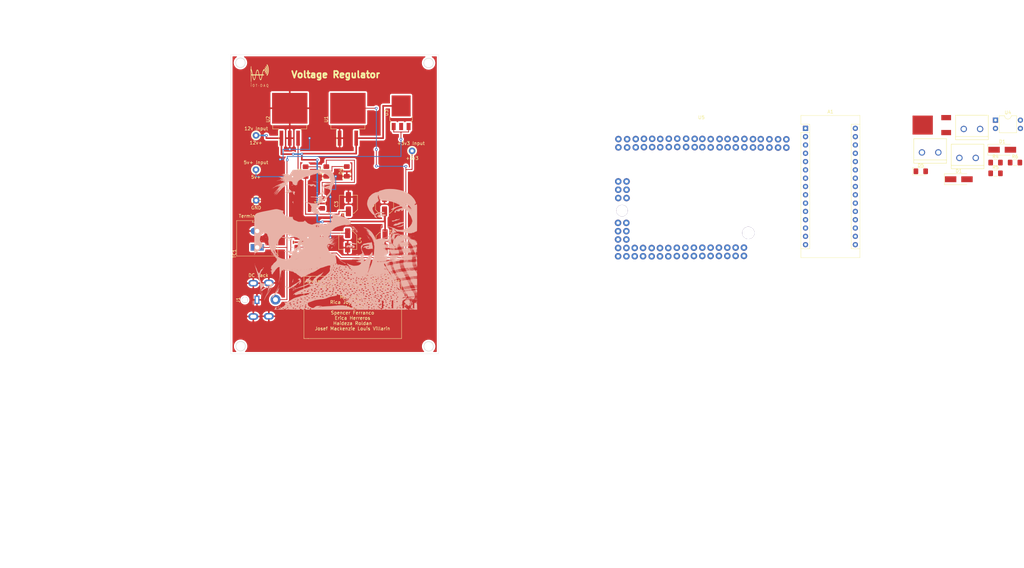
<source format=kicad_pcb>
(kicad_pcb (version 20171130) (host pcbnew "(5.1.5)-3")
  (title_block (title IOT-DAQ) (date 2021-03-05) (rev 1) (company INNOTECH))
  (layers (0 F.Cu signal) (31 B.Cu signal) (34 B.Paste user) (35 F.Paste user) (36 B.SilkS user) (37 F.SilkS user) (38 B.Mask user) (39 F.Mask user) (44 Edge.Cuts user))
  (net 0 "")
  (net 1 GND)
  (net 2 +12V)
  (net 3 +5V)
  (net 4 +3V3)
  (net 5 "Net-(D2-Pad2)")
  (net 6 "Net-(D3-Pad2)")
  (net 7 "Net-(D4-Pad2)")
  (net 8 "Net-(J1-Pad4)")
  (net 9 "Net-(A1-Pad16)")
  (net 10 "Net-(A1-Pad15)")
  (net 11 "Net-(A1-Pad30)")
  (net 12 "Net-(A1-Pad14)")
  (net 13 "Net-(A1-Pad29)")
  (net 14 "Net-(A1-Pad13)")
  (net 15 "Net-(A1-Pad28)")
  (net 16 "Net-(A1-Pad12)")
  (net 17 "Net-(A1-Pad27)")
  (net 18 "Net-(A1-Pad11)")
  (net 19 "Net-(A1-Pad26)")
  (net 20 "Net-(A1-Pad10)")
  (net 21 "Net-(A1-Pad25)")
  (net 22 "Net-(A1-Pad9)")
  (net 23 "Net-(A1-Pad24)")
  (net 24 "Net-(A1-Pad8)")
  (net 25 "Net-(A1-Pad23)")
  (net 26 "Net-(A1-Pad7)")
  (net 27 "Net-(A1-Pad22)")
  (net 28 "Net-(A1-Pad6)")
  (net 29 "Net-(A1-Pad21)")
  (net 30 "Net-(A1-Pad5)")
  (net 31 "Net-(A1-Pad20)")
  (net 32 "Net-(A1-Pad4)")
  (net 33 "Net-(A1-Pad19)")
  (net 34 "Net-(A1-Pad3)")
  (net 35 "Net-(A1-Pad18)")
  (net 36 "Net-(A1-Pad2)")
  (net 37 "Net-(A1-Pad17)")
  (net 38 "Net-(A1-Pad1)")
  (net 39 12V)
  (net 40 5V)
  (net 41 3.3V)
  (net 42 "Net-(D5-Pad2)")
  (net 43 "Net-(D5-Pad1)")
  (net 44 "Net-(J2-Pad2)")
  (net 45 "Net-(J2-Pad1)")
  (net 46 "Net-(J3-Pad1)")
  (net 47 "Net-(Q1-PadG)")
  (net 48 "Net-(R5-Pad1)")
  (net 49 "Net-(U5-Pad75)")
  (net 50 "Net-(U5-Pad76)")
  (net 51 "Net-(U5-Pad72)")
  (net 52 "Net-(U5-Pad73)")
  (net 53 "Net-(U5-Pad74)")
  (net 54 "Net-(U5-Pad71)")
  (net 55 "Net-(U5-Pad49)")
  (net 56 "Net-(U5-Pad48)")
  (net 57 "Net-(U5-Pad47)")
  (net 58 "Net-(U5-Pad50)")
  (net 59 "Net-(U5-Pad42)")
  (net 60 "Net-(U5-Pad54)")
  (net 61 "Net-(U5-Pad51)")
  (net 62 "Net-(U5-Pad52)")
  (net 63 "Net-(U5-Pad45)")
  (net 64 "Net-(U5-Pad44)")
  (net 65 "Net-(U5-Pad43)")
  (net 66 "Net-(U5-Pad46)")
  (net 67 "Net-(U5-Pad41)")
  (net 68 "Net-(U5-Pad39)")
  (net 69 "Net-(U5-Pad40)")
  (net 70 "Net-(U5-Pad53)")
  (net 71 "Net-(U5-Pad57)")
  (net 72 "Net-(U5-Pad56)")
  (net 73 "Net-(U5-Pad55)")
  (net 74 "Net-(U5-Pad58)")
  (net 75 "Net-(U5-Pad62)")
  (net 76 "Net-(U5-Pad59)")
  (net 77 "Net-(U5-Pad60)")
  (net 78 "Net-(U5-Pad61)")
  (net 79 "Net-(U5-Pad66)")
  (net 80 "Net-(U5-Pad63)")
  (net 81 "Net-(U5-Pad64)")
  (net 82 "Net-(U5-Pad67)")
  (net 83 "Net-(U5-Pad70)")
  (net 84 "Net-(U5-Pad65)")
  (net 85 "Net-(U5-Pad68)")
  (net 86 "Net-(U5-Pad69)")
  (net 87 "Net-(U5-Pad1)")
  (net 88 "Net-(U5-Pad2)")
  (net 89 "Net-(U5-Pad4)")
  (net 90 "Net-(U5-Pad3)")
  (net 91 "Net-(U5-Pad6)")
  (net 92 "Net-(U5-Pad5)")
  (net 93 "Net-(U5-Pad8)")
  (net 94 "Net-(U5-Pad11)")
  (net 95 "Net-(U5-Pad10)")
  (net 96 "Net-(U5-Pad9)")
  (net 97 "Net-(U5-Pad12)")
  (net 98 "Net-(U5-Pad7)")
  (net 99 "Net-(U5-Pad22)")
  (net 100 "Net-(U5-Pad21)")
  (net 101 "Net-(U5-Pad24)")
  (net 102 "Net-(U5-Pad27)")
  (net 103 "Net-(U5-Pad26)")
  (net 104 "Net-(U5-Pad25)")
  (net 105 "Net-(U5-Pad28)")
  (net 106 "Net-(U5-Pad23)")
  (net 107 "Net-(U5-Pad14)")
  (net 108 "Net-(U5-Pad13)")
  (net 109 "Net-(U5-Pad16)")
  (net 110 "Net-(U5-Pad19)")
  (net 111 "Net-(U5-Pad18)")
  (net 112 "Net-(U5-Pad17)")
  (net 113 "Net-(U5-Pad20)")
  (net 114 "Net-(U5-Pad15)")
  (net 115 "Net-(U5-Pad32)")
  (net 116 "Net-(U5-Pad31)")
  (net 117 "Net-(U5-Pad34)")
  (net 118 "Net-(U5-Pad37)")
  (net 119 "Net-(U5-Pad36)")
  (net 120 "Net-(U5-Pad35)")
  (net 121 "Net-(U5-Pad38)")
  (net 122 "Net-(U5-Pad33)")
  (net 123 "Net-(U5-Pad29)")
  (net 124 "Net-(U5-Pad30)")
  (net 125 "Net-(D1-Pad2)")
  (net 126 "Net-(D1-Pad1)")
  (module Diode_SMD:D_SMA_Handsoldering (layer F.Cu) (at 311.4675 76.2)
    (fp_text reference D1 (at 0 -2.5) (layer F.SilkS))
    (fp_text value DIODE)
    (pad 2 smd rect (at 2.5 0) (size 3.5 1.8) (layers F.Cu F.Paste F.Mask) (net 125 "Net-(D1-Pad2)"))
    (pad 1 smd rect (at -2.5 0) (size 3.5 1.8) (layers F.Cu F.Paste F.Mask) (net 126 "Net-(D1-Pad1)"))
  )
  (module freetronics_footprints:ATMega2560 (layer F.Cu) (at 232.7695 56.807499)
    (fp_text reference U5 (at 0 0.5) (layer F.SilkS))
    (fp_text value ATMEGA2562)
    (pad 168 thru_hole circle (at 14.35 35.8) (size 3.75 3.75) (drill 3.75) (layers *.Cu *.Mask))
    (pad 999 thru_hole circle (at -24.26 28.99) (size 3.5 3.5) (drill 3.5) (layers *.Cu *.Mask))
    (pad 75 thru_hole circle (at -25.49 32.7316) (size 2 2) (drill 1) (layers *.Cu *.Mask) (net 49 "Net-(U5-Pad75)"))
    (pad 76 thru_hole circle (at -22.95 32.7316) (size 2 2) (drill 1) (layers *.Cu *.Mask) (net 50 "Net-(U5-Pad76)"))
    (pad 72 thru_hole circle (at -22.94 37.8116) (size 2 2) (drill 1) (layers *.Cu *.Mask) (net 51 "Net-(U5-Pad72)"))
    (pad 73 thru_hole circle (at -25.48 35.2716) (size 2 2) (drill 1) (layers *.Cu *.Mask) (net 52 "Net-(U5-Pad73)"))
    (pad 74 thru_hole circle (at -22.94 35.2716) (size 2 2) (drill 1) (layers *.Cu *.Mask) (net 53 "Net-(U5-Pad74)"))
    (pad 71 thru_hole circle (at -25.48 37.8116) (size 2 2) (drill 1) (layers *.Cu *.Mask) (net 54 "Net-(U5-Pad71)"))
    (pad 49 thru_hole circle (at 0.28 42.8566) (size 2 2) (drill 1) (layers *.Cu *.Mask) (net 55 "Net-(U5-Pad49)"))
    (pad 48 thru_hole circle (at 2.82 40.3166) (size 2 2) (drill 1) (layers *.Cu *.Mask) (net 56 "Net-(U5-Pad48)"))
    (pad 47 thru_hole circle (at 2.82 42.8566) (size 2 2) (drill 1) (layers *.Cu *.Mask) (net 57 "Net-(U5-Pad47)"))
    (pad 50 thru_hole circle (at 0.28 40.3166) (size 2 2) (drill 1) (layers *.Cu *.Mask) (net 58 "Net-(U5-Pad50)"))
    (pad 42 thru_hole circle (at 10.47 40.2966) (size 2 2) (drill 1) (layers *.Cu *.Mask) (net 59 "Net-(U5-Pad42)"))
    (pad 54 thru_hole circle (at -4.89 40.3266) (size 2 2) (drill 1) (layers *.Cu *.Mask) (net 60 "Net-(U5-Pad54)"))
    (pad 51 thru_hole circle (at -2.29 42.8666) (size 2 2) (drill 1) (layers *.Cu *.Mask) (net 61 "Net-(U5-Pad51)"))
    (pad 52 thru_hole circle (at -2.29 40.3266) (size 2 2) (drill 1) (layers *.Cu *.Mask) (net 62 "Net-(U5-Pad52)"))
    (pad 45 thru_hole circle (at 5.36 42.8466) (size 2 2) (drill 1) (layers *.Cu *.Mask) (net 63 "Net-(U5-Pad45)"))
    (pad 44 thru_hole circle (at 7.93 40.3066) (size 2 2) (drill 1) (layers *.Cu *.Mask) (net 64 "Net-(U5-Pad44)"))
    (pad 43 thru_hole circle (at 7.93 42.8466) (size 2 2) (drill 1) (layers *.Cu *.Mask) (net 65 "Net-(U5-Pad43)"))
    (pad 46 thru_hole circle (at 5.36 40.3066) (size 2 2) (drill 1) (layers *.Cu *.Mask) (net 66 "Net-(U5-Pad46)"))
    (pad 41 thru_hole circle (at 10.47 42.8366) (size 2 2) (drill 1) (layers *.Cu *.Mask) (net 67 "Net-(U5-Pad41)"))
    (pad 39 thru_hole circle (at 13.01 42.8366) (size 2 2) (drill 1) (layers *.Cu *.Mask) (net 68 "Net-(U5-Pad39)"))
    (pad 40 thru_hole circle (at 13.01 40.2966) (size 2 2) (drill 1) (layers *.Cu *.Mask) (net 69 "Net-(U5-Pad40)"))
    (pad 53 thru_hole circle (at -4.89 42.8666) (size 2 2) (drill 1) (layers *.Cu *.Mask) (net 70 "Net-(U5-Pad53)"))
    (pad 57 thru_hole circle (at -10.12 42.9566) (size 2 2) (drill 1) (layers *.Cu *.Mask) (net 71 "Net-(U5-Pad57)"))
    (pad 56 thru_hole circle (at -7.51 40.3466) (size 2 2) (drill 1) (layers *.Cu *.Mask) (net 72 "Net-(U5-Pad56)"))
    (pad 55 thru_hole circle (at -7.51 42.8866) (size 2 2) (drill 1) (layers *.Cu *.Mask) (net 73 "Net-(U5-Pad55)"))
    (pad 58 thru_hole circle (at -10.12 40.4166) (size 2 2) (drill 1) (layers *.Cu *.Mask) (net 74 "Net-(U5-Pad58)"))
    (pad 62 thru_hole circle (at -15.2 40.4266) (size 2 2) (drill 1) (layers *.Cu *.Mask) (net 75 "Net-(U5-Pad62)"))
    (pad 59 thru_hole circle (at -12.66 42.9666) (size 2 2) (drill 1) (layers *.Cu *.Mask) (net 76 "Net-(U5-Pad59)"))
    (pad 60 thru_hole circle (at -12.66 40.4266) (size 2 2) (drill 1) (layers *.Cu *.Mask) (net 77 "Net-(U5-Pad60)"))
    (pad 61 thru_hole circle (at -15.2 42.9666) (size 2 2) (drill 1) (layers *.Cu *.Mask) (net 78 "Net-(U5-Pad61)"))
    (pad 66 thru_hole circle (at -20.38 40.3966) (size 2 2) (drill 1) (layers *.Cu *.Mask) (net 79 "Net-(U5-Pad66)"))
    (pad 63 thru_hole circle (at -17.84 42.9366) (size 2 2) (drill 1) (layers *.Cu *.Mask) (net 80 "Net-(U5-Pad63)"))
    (pad 64 thru_hole circle (at -17.84 40.3966) (size 2 2) (drill 1) (layers *.Cu *.Mask) (net 81 "Net-(U5-Pad64)"))
    (pad 67 thru_hole circle (at -22.92 42.9466) (size 2 2) (drill 1) (layers *.Cu *.Mask) (net 82 "Net-(U5-Pad67)"))
    (pad 70 thru_hole circle (at -25.46 40.4066) (size 2 2) (drill 1) (layers *.Cu *.Mask) (net 83 "Net-(U5-Pad70)"))
    (pad 65 thru_hole circle (at -20.38 42.9366) (size 2 2) (drill 1) (layers *.Cu *.Mask) (net 84 "Net-(U5-Pad65)"))
    (pad 68 thru_hole circle (at -22.92 40.4066) (size 2 2) (drill 1) (layers *.Cu *.Mask) (net 85 "Net-(U5-Pad68)"))
    (pad 69 thru_hole circle (at -25.46 42.9466) (size 2 2) (drill 1) (layers *.Cu *.Mask) (net 86 "Net-(U5-Pad69)"))
    (pad "" thru_hole circle (at -22.88 25.1424) (size 2 2) (drill 1) (layers *.Cu *.Mask))
    (pad "" thru_hole circle (at -25.42 25.1424) (size 2 2) (drill 1) (layers *.Cu *.Mask))
    (pad "" thru_hole circle (at -25.42 20.0624) (size 2 2) (drill 1) (layers *.Cu *.Mask))
    (pad "" thru_hole circle (at -22.88 22.6024) (size 2 2) (drill 1) (layers *.Cu *.Mask))
    (pad "" thru_hole circle (at -22.88 20.0624) (size 2 2) (drill 1) (layers *.Cu *.Mask))
    (pad "" thru_hole circle (at -25.42 22.6024) (size 2 2) (drill 1) (layers *.Cu *.Mask))
    (pad 1 thru_hole circle (at 25.98 7.19) (size 2 2) (drill 1) (layers *.Cu *.Mask) (net 87 "Net-(U5-Pad1)"))
    (pad 1 thru_hole circle (at 25.98 9.73) (size 2 2) (drill 1) (layers *.Cu *.Mask) (net 87 "Net-(U5-Pad1)"))
    (pad 2 thru_hole circle (at 23.45 7.175) (size 2 2) (drill 1) (layers *.Cu *.Mask) (net 88 "Net-(U5-Pad2)"))
    (pad 4 thru_hole circle (at 18.14 9.675) (size 2 2) (drill 1) (layers *.Cu *.Mask) (net 89 "Net-(U5-Pad4)"))
    (pad 3 thru_hole circle (at 20.805 7.16) (size 2 2) (drill 1) (layers *.Cu *.Mask) (net 90 "Net-(U5-Pad3)"))
    (pad 3 thru_hole circle (at 20.805 9.7) (size 2 2) (drill 1) (layers *.Cu *.Mask) (net 90 "Net-(U5-Pad3)"))
    (pad 4 thru_hole circle (at 18.14 7.135) (size 2 2) (drill 1) (layers *.Cu *.Mask) (net 89 "Net-(U5-Pad4)"))
    (pad 2 thru_hole circle (at 23.45 9.715) (size 2 2) (drill 1) (layers *.Cu *.Mask) (net 88 "Net-(U5-Pad2)"))
    (pad 6 thru_hole circle (at 15.78 7.13) (size 2 2) (drill 1) (layers *.Cu *.Mask) (net 91 "Net-(U5-Pad6)"))
    (pad 5 thru_hole circle (at 15.78 9.67) (size 2 2) (drill 1) (layers *.Cu *.Mask) (net 92 "Net-(U5-Pad5)"))
    (pad 8 thru_hole circle (at 13.15 7.075) (size 2 2) (drill 1) (layers *.Cu *.Mask) (net 93 "Net-(U5-Pad8)"))
    (pad 11 thru_hole circle (at 8 9.625) (size 2 2) (drill 1) (layers *.Cu *.Mask) (net 94 "Net-(U5-Pad11)"))
    (pad 10 thru_hole circle (at 10.515 7.11) (size 2 2) (drill 1) (layers *.Cu *.Mask) (net 95 "Net-(U5-Pad10)"))
    (pad 9 thru_hole circle (at 10.515 9.65) (size 2 2) (drill 1) (layers *.Cu *.Mask) (net 96 "Net-(U5-Pad9)"))
    (pad 12 thru_hole circle (at 8 7.085) (size 2 2) (drill 1) (layers *.Cu *.Mask) (net 97 "Net-(U5-Pad12)"))
    (pad 7 thru_hole circle (at 13.15 9.615) (size 2 2) (drill 1) (layers *.Cu *.Mask) (net 98 "Net-(U5-Pad7)"))
    (pad 22 thru_hole circle (at -4.67 7) (size 2 2) (drill 1) (layers *.Cu *.Mask) (net 99 "Net-(U5-Pad22)"))
    (pad 21 thru_hole circle (at -4.67 9.54) (size 2 2) (drill 1) (layers *.Cu *.Mask) (net 100 "Net-(U5-Pad21)"))
    (pad 24 thru_hole circle (at -7.37 6.985) (size 2 2) (drill 1) (layers *.Cu *.Mask) (net 101 "Net-(U5-Pad24)"))
    (pad 27 thru_hole circle (at -12.58 9.625) (size 2 2) (drill 1) (layers *.Cu *.Mask) (net 102 "Net-(U5-Pad27)"))
    (pad 26 thru_hole circle (at -9.955 7.02) (size 2 2) (drill 1) (layers *.Cu *.Mask) (net 103 "Net-(U5-Pad26)"))
    (pad 25 thru_hole circle (at -9.955 9.56) (size 2 2) (drill 1) (layers *.Cu *.Mask) (net 104 "Net-(U5-Pad25)"))
    (pad 28 thru_hole circle (at -12.58 7.085) (size 2 2) (drill 1) (layers *.Cu *.Mask) (net 105 "Net-(U5-Pad28)"))
    (pad 23 thru_hole circle (at -7.37 9.525) (size 2 2) (drill 1) (layers *.Cu *.Mask) (net 106 "Net-(U5-Pad23)"))
    (pad 14 thru_hole circle (at 5.56 7.09) (size 2 2) (drill 1) (layers *.Cu *.Mask) (net 107 "Net-(U5-Pad14)"))
    (pad 13 thru_hole circle (at 5.56 9.63) (size 2 2) (drill 1) (layers *.Cu *.Mask) (net 108 "Net-(U5-Pad13)"))
    (pad 16 thru_hole circle (at 2.84 7.125) (size 2 2) (drill 1) (layers *.Cu *.Mask) (net 109 "Net-(U5-Pad16)"))
    (pad 19 thru_hole circle (at -2.05 9.585) (size 2 2) (drill 1) (layers *.Cu *.Mask) (net 110 "Net-(U5-Pad19)"))
    (pad 18 thru_hole circle (at 0.295 7.06) (size 2 2) (drill 1) (layers *.Cu *.Mask) (net 111 "Net-(U5-Pad18)"))
    (pad 17 thru_hole circle (at 0.295 9.6) (size 2 2) (drill 1) (layers *.Cu *.Mask) (net 112 "Net-(U5-Pad17)"))
    (pad 20 thru_hole circle (at -2.05 7.045) (size 2 2) (drill 1) (layers *.Cu *.Mask) (net 113 "Net-(U5-Pad20)"))
    (pad 15 thru_hole circle (at 2.84 9.665) (size 2 2) (drill 1) (layers *.Cu *.Mask) (net 114 "Net-(U5-Pad15)"))
    (pad 32 thru_hole circle (at -17.56 7.04) (size 2 2) (drill 1) (layers *.Cu *.Mask) (net 115 "Net-(U5-Pad32)"))
    (pad 31 thru_hole circle (at -17.56 9.58) (size 2 2) (drill 1) (layers *.Cu *.Mask) (net 116 "Net-(U5-Pad31)"))
    (pad 34 thru_hole circle (at -20.07 7.105) (size 2 2) (drill 1) (layers *.Cu *.Mask) (net 117 "Net-(U5-Pad34)"))
    (pad 37 thru_hole circle (at -25.37 9.655) (size 2 2) (drill 1) (layers *.Cu *.Mask) (net 118 "Net-(U5-Pad37)"))
    (pad 36 thru_hole circle (at -22.705 7.14) (size 2 2) (drill 1) (layers *.Cu *.Mask) (net 119 "Net-(U5-Pad36)"))
    (pad 35 thru_hole circle (at -22.705 9.68) (size 2 2) (drill 1) (layers *.Cu *.Mask) (net 120 "Net-(U5-Pad35)"))
    (pad 38 thru_hole circle (at -25.37 7.115) (size 2 2) (drill 1) (layers *.Cu *.Mask) (net 121 "Net-(U5-Pad38)"))
    (pad 33 thru_hole circle (at -20.07 9.645) (size 2 2) (drill 1) (layers *.Cu *.Mask) (net 122 "Net-(U5-Pad33)"))
    (pad 29 thru_hole circle (at -15.05 9.575) (size 2 2) (drill 1) (layers *.Cu *.Mask) (net 123 "Net-(U5-Pad29)"))
    (pad 30 thru_hole circle (at -15.05 7.035) (size 2 2) (drill 1) (layers *.Cu *.Mask) (net 124 "Net-(U5-Pad30)"))
  )
  (module Package_DIP:DIP-4_W7.62mm (layer F.Cu) (at 322.6845 58.1325)
    (fp_text reference U4 (at 3.81 -2.33) (layer F.SilkS))
    (fp_text value PC817)
    (pad 4 thru_hole oval (at 7.62 0) (size 1.6 1.6) (drill 0.8) (layers *.Cu *.Mask) (net 48 "Net-(R5-Pad1)"))
    (pad 2 thru_hole oval (at 0 2.54) (size 1.6 1.6) (drill 0.8) (layers *.Cu *.Mask) (net 45 "Net-(J2-Pad1)"))
    (pad 3 thru_hole oval (at 7.62 2.54) (size 1.6 1.6) (drill 0.8) (layers *.Cu *.Mask) (net 125 "Net-(D1-Pad2)"))
    (pad 1 thru_hole rect (at 0 0) (size 1.6 1.6) (drill 0.8) (layers *.Cu *.Mask) (net 43 "Net-(D5-Pad1)"))
  )
  (module Resistor_SMD:R_1206_3216Metric_Pad1.42x1.75mm_HandSolder (layer F.Cu) (at 328.6545 71.1025)
    (fp_text reference R6 (at 0 -1.82) (layer F.SilkS))
    (fp_text value 103)
    (pad 2 smd roundrect (at 1.4875 0) (size 1.425 1.75) (layers F.Cu F.Paste F.Mask) (roundrect_rratio 0.175439) (net 48 "Net-(R5-Pad1)"))
    (pad 1 smd roundrect (at -1.4875 0) (size 1.425 1.75) (layers F.Cu F.Paste F.Mask) (roundrect_rratio 0.175439) (net 47 "Net-(Q1-PadG)"))
  )
  (module Resistor_SMD:R_1206_3216Metric_Pad1.42x1.75mm_HandSolder (layer F.Cu) (at 322.7045 74.3925)
    (fp_text reference R5 (at 0 -1.82) (layer F.SilkS))
    (fp_text value 105)
    (pad 2 smd roundrect (at 1.4875 0) (size 1.425 1.75) (layers F.Cu F.Paste F.Mask) (roundrect_rratio 0.175439) (net 46 "Net-(J3-Pad1)"))
    (pad 1 smd roundrect (at -1.4875 0) (size 1.425 1.75) (layers F.Cu F.Paste F.Mask) (roundrect_rratio 0.175439) (net 48 "Net-(R5-Pad1)"))
  )
  (module Resistor_SMD:R_1206_3216Metric_Pad1.42x1.75mm_HandSolder (layer F.Cu) (at 322.7045 71.1025)
    (fp_text reference R4 (at 0 -1.82) (layer F.SilkS))
    (fp_text value 47)
    (pad 2 smd roundrect (at 1.4875 0) (size 1.425 1.75) (layers F.Cu F.Paste F.Mask) (roundrect_rratio 0.175439) (net 42 "Net-(D5-Pad2)"))
    (pad 1 smd roundrect (at -1.4875 0) (size 1.425 1.75) (layers F.Cu F.Paste F.Mask) (roundrect_rratio 0.175439) (net 44 "Net-(J2-Pad2)"))
  )
  (module freetronics_footprints:DPAK_FET (layer F.Cu) (at 303.529499 59.643499)
    (fp_text reference Q1)
    (fp_text value MOSFET_P hide)
    (pad S smd rect (at 4.08 -2.286) (size 3 1.6) (layers F.Cu F.Paste F.Mask) (net 46 "Net-(J3-Pad1)"))
    (pad G smd rect (at 4.08 2.286) (size 3 1.6) (layers F.Cu F.Paste F.Mask) (net 47 "Net-(Q1-PadG)"))
    (pad D smd rect (at -3.1 0) (size 6.2 5.8) (layers F.Cu F.Paste F.Mask) (net 126 "Net-(D1-Pad1)"))
  )
  (module freetronics_footprints:SCREWTERMINAL-5MM-2 (layer F.Cu) (at 314.1545 69.6825)
    (fp_text reference J4)
    (fp_text value Screw_Terminal_01x02 hide)
    (pad 2 thru_hole oval (at 2.5 0) (size 1.94564 1.94564) (drill 1.29794) (layers *.Cu *.Mask) (net 125 "Net-(D1-Pad2)"))
    (pad 1 thru_hole oval (at -2.5 0) (size 1.94564 1.94564) (drill 1.29794) (layers *.Cu *.Mask) (net 126 "Net-(D1-Pad1)"))
  )
  (module freetronics_footprints:SCREWTERMINAL-5MM-2 (layer F.Cu) (at 315.4845 60.8325)
    (fp_text reference J3)
    (fp_text value Screw_Terminal_01x02 hide)
    (pad 2 thru_hole oval (at 2.5 0) (size 1.94564 1.94564) (drill 1.29794) (layers *.Cu *.Mask) (net 125 "Net-(D1-Pad2)"))
    (pad 1 thru_hole oval (at -2.5 0) (size 1.94564 1.94564) (drill 1.29794) (layers *.Cu *.Mask) (net 46 "Net-(J3-Pad1)"))
  )
  (module freetronics_footprints:SCREWTERMINAL-5MM-2 (layer F.Cu) (at 302.7045 68.0025)
    (fp_text reference J2)
    (fp_text value Screw_Terminal_01x02 hide)
    (pad 2 thru_hole oval (at 2.5 0) (size 1.94564 1.94564) (drill 1.29794) (layers *.Cu *.Mask) (net 44 "Net-(J2-Pad2)"))
    (pad 1 thru_hole oval (at -2.5 0) (size 1.94564 1.94564) (drill 1.29794) (layers *.Cu *.Mask) (net 45 "Net-(J2-Pad1)"))
  )
  (module LED_SMD:LED_1206_3216Metric_Pad1.42x1.75mm_HandSolder (layer F.Cu) (at 299.8495 73.7725)
    (fp_text reference D5 (at 0 -1.82) (layer F.SilkS))
    (fp_text value LED)
    (pad 2 smd roundrect (at 1.4875 0) (size 1.425 1.75) (layers F.Cu F.Paste F.Mask) (roundrect_rratio 0.175439) (net 42 "Net-(D5-Pad2)"))
    (pad 1 smd roundrect (at -1.4875 0) (size 1.425 1.75) (layers F.Cu F.Paste F.Mask) (roundrect_rratio 0.175439) (net 43 "Net-(D5-Pad1)"))
  )
  (module Diode_SMD:D_SMA_Handsoldering (layer F.Cu) (at 324.7545 67.1825)
    (fp_text reference D1 (at 0 -2.5) (layer F.SilkS))
    (fp_text value DIODE)
    (pad 2 smd rect (at 2.5 0) (size 3.5 1.8) (layers F.Cu F.Paste F.Mask))
    (pad 1 smd rect (at -2.5 0) (size 3.5 1.8) (layers F.Cu F.Paste F.Mask))
  )
  (module Module:Arduino_Nano (layer F.Cu) (at 264.6045 60.6425)
    (fp_text reference A1 (at 7.62 -5.08) (layer F.SilkS))
    (fp_text value Arduino_Nano_v3.x)
    (pad 16 thru_hole oval (at 15.24 35.56) (size 1.6 1.6) (drill 0.8) (layers *.Cu *.Mask) (net 9 "Net-(A1-Pad16)"))
    (pad 15 thru_hole oval (at 0 35.56) (size 1.6 1.6) (drill 0.8) (layers *.Cu *.Mask) (net 10 "Net-(A1-Pad15)"))
    (pad 30 thru_hole oval (at 15.24 0) (size 1.6 1.6) (drill 0.8) (layers *.Cu *.Mask) (net 11 "Net-(A1-Pad30)"))
    (pad 14 thru_hole oval (at 0 33.02) (size 1.6 1.6) (drill 0.8) (layers *.Cu *.Mask) (net 12 "Net-(A1-Pad14)"))
    (pad 29 thru_hole oval (at 15.24 2.54) (size 1.6 1.6) (drill 0.8) (layers *.Cu *.Mask) (net 13 "Net-(A1-Pad29)"))
    (pad 13 thru_hole oval (at 0 30.48) (size 1.6 1.6) (drill 0.8) (layers *.Cu *.Mask) (net 14 "Net-(A1-Pad13)"))
    (pad 28 thru_hole oval (at 15.24 5.08) (size 1.6 1.6) (drill 0.8) (layers *.Cu *.Mask) (net 15 "Net-(A1-Pad28)"))
    (pad 12 thru_hole oval (at 0 27.94) (size 1.6 1.6) (drill 0.8) (layers *.Cu *.Mask) (net 16 "Net-(A1-Pad12)"))
    (pad 27 thru_hole oval (at 15.24 7.62) (size 1.6 1.6) (drill 0.8) (layers *.Cu *.Mask) (net 17 "Net-(A1-Pad27)"))
    (pad 11 thru_hole oval (at 0 25.4) (size 1.6 1.6) (drill 0.8) (layers *.Cu *.Mask) (net 18 "Net-(A1-Pad11)"))
    (pad 26 thru_hole oval (at 15.24 10.16) (size 1.6 1.6) (drill 0.8) (layers *.Cu *.Mask) (net 19 "Net-(A1-Pad26)"))
    (pad 10 thru_hole oval (at 0 22.86) (size 1.6 1.6) (drill 0.8) (layers *.Cu *.Mask) (net 20 "Net-(A1-Pad10)"))
    (pad 25 thru_hole oval (at 15.24 12.7) (size 1.6 1.6) (drill 0.8) (layers *.Cu *.Mask) (net 21 "Net-(A1-Pad25)"))
    (pad 9 thru_hole oval (at 0 20.32) (size 1.6 1.6) (drill 0.8) (layers *.Cu *.Mask) (net 22 "Net-(A1-Pad9)"))
    (pad 24 thru_hole oval (at 15.24 15.24) (size 1.6 1.6) (drill 0.8) (layers *.Cu *.Mask) (net 23 "Net-(A1-Pad24)"))
    (pad 8 thru_hole oval (at 0 17.78) (size 1.6 1.6) (drill 0.8) (layers *.Cu *.Mask) (net 24 "Net-(A1-Pad8)"))
    (pad 23 thru_hole oval (at 15.24 17.78) (size 1.6 1.6) (drill 0.8) (layers *.Cu *.Mask) (net 25 "Net-(A1-Pad23)"))
    (pad 7 thru_hole oval (at 0 15.24) (size 1.6 1.6) (drill 0.8) (layers *.Cu *.Mask) (net 26 "Net-(A1-Pad7)"))
    (pad 22 thru_hole oval (at 15.24 20.32) (size 1.6 1.6) (drill 0.8) (layers *.Cu *.Mask) (net 27 "Net-(A1-Pad22)"))
    (pad 6 thru_hole oval (at 0 12.7) (size 1.6 1.6) (drill 0.8) (layers *.Cu *.Mask) (net 28 "Net-(A1-Pad6)"))
    (pad 21 thru_hole oval (at 15.24 22.86) (size 1.6 1.6) (drill 0.8) (layers *.Cu *.Mask) (net 29 "Net-(A1-Pad21)"))
    (pad 5 thru_hole oval (at 0 10.16) (size 1.6 1.6) (drill 0.8) (layers *.Cu *.Mask) (net 30 "Net-(A1-Pad5)"))
    (pad 20 thru_hole oval (at 15.24 25.4) (size 1.6 1.6) (drill 0.8) (layers *.Cu *.Mask) (net 31 "Net-(A1-Pad20)"))
    (pad 4 thru_hole oval (at 0 7.62) (size 1.6 1.6) (drill 0.8) (layers *.Cu *.Mask) (net 32 "Net-(A1-Pad4)"))
    (pad 19 thru_hole oval (at 15.24 27.94) (size 1.6 1.6) (drill 0.8) (layers *.Cu *.Mask) (net 33 "Net-(A1-Pad19)"))
    (pad 3 thru_hole oval (at 0 5.08) (size 1.6 1.6) (drill 0.8) (layers *.Cu *.Mask) (net 34 "Net-(A1-Pad3)"))
    (pad 18 thru_hole oval (at 15.24 30.48) (size 1.6 1.6) (drill 0.8) (layers *.Cu *.Mask) (net 35 "Net-(A1-Pad18)"))
    (pad 2 thru_hole oval (at 0 2.54) (size 1.6 1.6) (drill 0.8) (layers *.Cu *.Mask) (net 36 "Net-(A1-Pad2)"))
    (pad 17 thru_hole oval (at 15.24 33.02) (size 1.6 1.6) (drill 0.8) (layers *.Cu *.Mask) (net 37 "Net-(A1-Pad17)"))
    (pad 1 thru_hole rect (at 0 0) (size 1.6 1.6) (drill 0.8) (layers *.Cu *.Mask) (net 38 "Net-(A1-Pad1)"))
  )
  (module Libraries:bebes (layer B.Cu) (at 120.9675 94.6785 180)
    (fp_text reference G*** hide)
    (fp_text value LOGO hide)
  )
  (module Connector_Pin:Pin_D1.0mm_L10.0mm (layer F.Cu) (at 96.647 82.677)
    (fp_text reference GND (at 0 2.25) (layer F.SilkS))
    (fp_text value Pin_D1.0mm_L10.0mm)
    (pad 1 thru_hole circle (at 0 0) (size 2 2) (drill 1) (layers *.Cu *.Mask) (net 1 GND))
  )
  (module Libraries:EME (layer F.Cu) (at 97.82 44.47)
    (fp_text reference G*** hide)
    (fp_text value LOGO hide)
  )
  (module "Libraries:IOT logo" (layer F.Cu) (at 58.97 167.07)
    (fp_text reference G*** hide)
    (fp_text value LOGO hide)
  )
  (module Connector_Pin:Pin_D1.0mm_L10.0mm (layer F.Cu) (at 96.5835 73.279)
    (fp_text reference 5v+ (at 0 2.25) (layer F.SilkS))
    (fp_text value Pin_D1.0mm_L10.0mm)
    (pad 1 thru_hole circle (at 0 0) (size 2 2) (drill 1) (layers *.Cu *.Mask) (net 3 +5V))
  )
  (module Connector_Pin:Pin_D1.0mm_L10.0mm (layer F.Cu) (at 144.325 67.525)
    (fp_text reference +3v3 (at 0 2.25) (layer F.SilkS))
    (fp_text value Pin_D1.0mm_L10.0mm)
    (pad 1 thru_hole circle (at 0 0) (size 2 2) (drill 1) (layers *.Cu *.Mask) (net 4 +3V3))
  )
  (module Connector_Pin:Pin_D1.0mm_L10.0mm (layer F.Cu) (at 96.6 62.8)
    (fp_text reference 12v+ (at 0 2.25) (layer F.SilkS))
    (fp_text value Pin_D1.0mm_L10.0mm)
    (pad 1 thru_hole circle (at 0 0) (size 2 2) (drill 1) (layers *.Cu *.Mask) (net 2 +12V))
  )
  (module Package_TO_SOT_SMD:TO-252-3_TabPin4 (layer F.Cu) (at 140.97 55.88 90)
    (fp_text reference U3 (at 0 -4.5 90) (layer F.SilkS))
    (fp_text value MBR1045G)
    (pad 4 smd rect (at 2.1 0 90) (size 6.4 5.8) (layers F.Cu F.Mask) (net 39 12V))
    (pad 3 smd rect (at -4.2 2.28 90) (size 2.2 1.2) (layers F.Cu F.Paste F.Mask) (net 8 "Net-(J1-Pad4)"))
    (pad 2 smd rect (at -4.2 0 90) (size 2.2 1.2) (layers F.Cu F.Paste F.Mask))
    (pad 1 smd rect (at -4.2 -2.28 90) (size 2.2 1.2) (layers F.Cu F.Paste F.Mask) (net 8 "Net-(J1-Pad4)"))
  )
  (module Package_TO_SOT_SMD:TO-263-3_TabPin2 (layer F.Cu) (at 106.915 57.87 90)
    (fp_text reference U2 (at 0 -6.65 90) (layer F.SilkS))
    (fp_text value SPX29300T-L-5)
    (pad 2 smd rect (at 3.375 0 90) (size 9.4 10.8) (layers F.Cu F.Mask) (net 1 GND))
    (pad 3 smd rect (at -5.775 2.54 90) (size 4.6 1.1) (layers F.Cu F.Paste F.Mask) (net 40 5V))
    (pad 2 smd rect (at -5.775 0 90) (size 4.6 1.1) (layers F.Cu F.Paste F.Mask) (net 1 GND))
    (pad 1 smd rect (at -5.775 -2.54 90) (size 4.6 1.1) (layers F.Cu F.Paste F.Mask) (net 39 12V))
  )
  (module Package_TO_SOT_SMD:TO-263-2 (layer F.Cu) (at 124.695 57.87 90)
    (fp_text reference U1 (at 0 -6.65 90) (layer F.SilkS))
    (fp_text value LD1085D2T33TR)
    (pad 2 smd rect (at 3.375 0 90) (size 9.4 10.8) (layers F.Cu F.Mask) (net 41 3.3V))
    (pad 3 smd rect (at -5.775 2.54 90) (size 4.6 1.1) (layers F.Cu F.Paste F.Mask) (net 39 12V))
    (pad 1 smd rect (at -5.775 -2.54 90) (size 4.6 1.1) (layers F.Cu F.Paste F.Mask) (net 1 GND))
  )
  (module TerminalBlock:TerminalBlock_Altech_AK300-2_P5.00mm (layer F.Cu) (at 96.96 97.03 90)
    (fp_text reference TC1 (at -1.92 -6.99 90) (layer F.SilkS))
    (fp_text value Thermocouple_Block)
    (pad 2 thru_hole oval (at 5 0 90) (size 1.98 3.96) (drill 1.32) (layers *.Cu *.Mask) (net 1 GND))
    (pad 1 thru_hole rect (at 0 0 90) (size 1.98 3.96) (drill 1.32) (layers *.Cu *.Mask) (net 8 "Net-(J1-Pad4)"))
  )
  (module Resistor_SMD:R_1206_3216Metric_Pad1.42x1.75mm_HandSolder (layer F.Cu) (at 111.76 73.8775 90)
    (fp_text reference R3 (at 0 -1.82 90) (layer F.SilkS))
    (fp_text value 150)
    (pad 2 smd roundrect (at 1.4875 0 90) (size 1.425 1.75) (layers F.Cu F.Paste F.Mask) (roundrect_rratio 0.175439) (net 7 "Net-(D4-Pad2)"))
    (pad 1 smd roundrect (at -1.4875 0 90) (size 1.425 1.75) (layers F.Cu F.Paste F.Mask) (roundrect_rratio 0.175439) (net 40 5V))
  )
  (module Resistor_SMD:R_1206_3216Metric_Pad1.42x1.75mm_HandSolder (layer F.Cu) (at 109.22 95.4675 270)
    (fp_text reference R2 (at 0 -1.82 90) (layer F.SilkS))
    (fp_text value 82)
    (pad 2 smd roundrect (at 1.4875 0 270) (size 1.425 1.75) (layers F.Cu F.Paste F.Mask) (roundrect_rratio 0.175439) (net 6 "Net-(D3-Pad2)"))
    (pad 1 smd roundrect (at -1.4875 0 270) (size 1.425 1.75) (layers F.Cu F.Paste F.Mask) (roundrect_rratio 0.175439) (net 41 3.3V))
  )
  (module Resistor_SMD:R_1206_3216Metric_Pad1.42x1.75mm_HandSolder (layer F.Cu) (at 116.84 83.6025 90)
    (fp_text reference R1 (at 0 -1.82 90) (layer F.SilkS))
    (fp_text value 470)
    (pad 2 smd roundrect (at 1.4875 0 90) (size 1.425 1.75) (layers F.Cu F.Paste F.Mask) (roundrect_rratio 0.175439) (net 5 "Net-(D2-Pad2)"))
    (pad 1 smd roundrect (at -1.4875 0 90) (size 1.425 1.75) (layers F.Cu F.Paste F.Mask) (roundrect_rratio 0.175439) (net 39 12V))
  )
  (module "freetronics_footprints:DC Power Receptable Jack 8A 2mm Through hole" (layer F.Cu) (at 90.11 109.87 90)
    (fp_text reference J1 (at -3.26 1.03 90) (layer F.SilkS))
    (fp_text value dc-042c-x-2.5_DC-042C-X-2.5)
    (pad 3 thru_hole rect (at -3.2004 6.7818 90) (size 2.5 1.5) (drill oval 1.9 0.7) (layers *.Cu *.Mask) (net 1 GND))
    (pad 4 thru_hole circle (at -3.1496 12.446 90) (size 3 3) (drill 1.5) (layers *.Cu *.Mask) (net 8 "Net-(J1-Pad4)"))
    (pad "" thru_hole circle (at -3.2258 3.0734 90) (size 1.8 1.8) (drill 1.8) (layers *.Cu *.Mask))
    (pad 2 thru_hole oval (at 1.96088 10.414 90) (size 2 3) (drill oval 1.13 1.9) (layers *.Cu *.Mask) (net 1 GND))
    (pad 2 thru_hole oval (at 1.88468 5.6642 90) (size 2 3) (drill oval 1.13 1.9) (layers *.Cu *.Mask) (net 1 GND))
    (pad 2 thru_hole oval (at -8.22452 10.414 90) (size 2 3) (drill oval 1.13 1.9) (layers *.Cu *.Mask) (net 1 GND))
    (pad 2 thru_hole oval (at -8.30072 5.6642 90) (size 2 3) (drill oval 1.13 1.9) (layers *.Cu *.Mask) (net 1 GND))
  )
  (module Diode_SMD:D_1206_3216Metric_Pad1.42x1.75mm_HandSolder (layer F.Cu) (at 124.35 73.81 90)
    (fp_text reference D4 (at 0 -1.82 90) (layer F.SilkS))
    (fp_text value LED)
    (pad 2 smd roundrect (at 1.4875 0 90) (size 1.425 1.75) (layers F.Cu F.Paste F.Mask) (roundrect_rratio 0.175439) (net 7 "Net-(D4-Pad2)"))
    (pad 1 smd roundrect (at -1.4875 0 90) (size 1.425 1.75) (layers F.Cu F.Paste F.Mask) (roundrect_rratio 0.175439) (net 1 GND))
  )
  (module Diode_SMD:D_1206_3216Metric_Pad1.42x1.75mm_HandSolder (layer F.Cu) (at 115.54 95.4825 270)
    (fp_text reference D3 (at 0 -1.82 90) (layer F.SilkS))
    (fp_text value LED)
    (pad 2 smd roundrect (at 1.4875 0 270) (size 1.425 1.75) (layers F.Cu F.Paste F.Mask) (roundrect_rratio 0.175439) (net 6 "Net-(D3-Pad2)"))
    (pad 1 smd roundrect (at -1.4875 0 270) (size 1.425 1.75) (layers F.Cu F.Paste F.Mask) (roundrect_rratio 0.175439) (net 1 GND))
  )
  (module Diode_SMD:D_1206_3216Metric_Pad1.42x1.75mm_HandSolder (layer F.Cu) (at 118.1 73.8375 90)
    (fp_text reference D2 (at 0 -1.82 90) (layer F.SilkS))
    (fp_text value LED)
    (pad 2 smd roundrect (at 1.4875 0 90) (size 1.425 1.75) (layers F.Cu F.Paste F.Mask) (roundrect_rratio 0.175439) (net 5 "Net-(D2-Pad2)"))
    (pad 1 smd roundrect (at -1.4875 0 90) (size 1.425 1.75) (layers F.Cu F.Paste F.Mask) (roundrect_rratio 0.175439) (net 1 GND))
  )
  (module Capacitor_SMD:CP_Elec_5x5.4 (layer F.Cu) (at 124.63 94.91 270)
    (fp_text reference C4 (at 0 -3.7 90) (layer F.SilkS))
    (fp_text value 10uf)
    (pad 2 smd roundrect (at 2.2 0 270) (size 3 1.6) (layers F.Cu F.Paste F.Mask) (roundrect_rratio 0.15625) (net 1 GND))
    (pad 1 smd roundrect (at -2.2 0 270) (size 3 1.6) (layers F.Cu F.Paste F.Mask) (roundrect_rratio 0.15625) (net 41 3.3V))
  )
  (module Capacitor_SMD:CP_Elec_5x5.4 (layer F.Cu) (at 124.86 83.83 90)
    (fp_text reference C3 (at 0 -3.7 90) (layer F.SilkS))
    (fp_text value 10uf)
    (pad 2 smd roundrect (at 2.2 0 90) (size 3 1.6) (layers F.Cu F.Paste F.Mask) (roundrect_rratio 0.15625) (net 1 GND))
    (pad 1 smd roundrect (at -2.2 0 90) (size 3 1.6) (layers F.Cu F.Paste F.Mask) (roundrect_rratio 0.15625) (net 40 5V))
  )
  (module Capacitor_SMD:CP_Elec_5x5.8 (layer F.Cu) (at 136.06 95.21 270)
    (fp_text reference C2 (at 0 -3.7 90) (layer F.SilkS))
    (fp_text value 6.8uf)
    (pad 2 smd roundrect (at 2.2 0 270) (size 3 1.6) (layers F.Cu F.Paste F.Mask) (roundrect_rratio 0.15625) (net 1 GND))
    (pad 1 smd roundrect (at -2.2 0 270) (size 3 1.6) (layers F.Cu F.Paste F.Mask) (roundrect_rratio 0.15625) (net 39 12V))
  )
  (module Capacitor_SMD:CP_Elec_5x5.4 (layer F.Cu) (at 135.89 83.82 90)
    (fp_text reference C1 (at 0 -3.7 90) (layer F.SilkS))
    (fp_text value 10uf)
    (pad 2 smd roundrect (at 2.2 0 90) (size 3 1.6) (layers F.Cu F.Paste F.Mask) (roundrect_rratio 0.15625) (net 1 GND))
    (pad 1 smd roundrect (at -2.2 0 90) (size 3 1.6) (layers F.Cu F.Paste F.Mask) (roundrect_rratio 0.15625) (net 39 12V))
  )
  (gr_text "+3v3 Input\n" (at 143.9545 65.2145) (layer F.SilkS) (effects (font (size 1 1))))
  (gr_text "5v+ Input" (at 96.5835 71.0565) (layer F.SilkS) (effects (font (size 1 1))))
  (gr_text "12v Input" (at 96.647 60.706) (layer F.SilkS) (effects (font (size 1 1))))
  (gr_line (start 112.522 105.8545) (end 111.252 105.8545) (layer F.SilkS) (width 0.12))
  (gr_line (start 111.252 124.9045) (end 112.5855 124.9045) (layer F.SilkS) (width 0.12))
  (gr_line (start 111.252 124.841) (end 111.252 124.9045) (layer F.SilkS) (width 0.12))
  (gr_line (start 111.252 105.918) (end 111.252 124.841) (layer F.SilkS) (width 0.12))
  (gr_text "Terminal Block" (at 96.94 87.45) (layer F.SilkS) (effects (font (size 1 1))))
  (gr_text "DC Jack" (at 97.32 105.58) (layer F.SilkS) (effects (font (size 1 1))))
  (gr_line (start 141.097 124.9045) (end 112.522 124.9045) (layer F.SilkS) (width 0.12))
  (gr_line (start 141.097 105.8545) (end 141.097 124.9045) (layer F.SilkS) (width 0.12))
  (gr_line (start 112.522 105.8545) (end 141.097 105.8545) (layer F.SilkS) (width 0.12))
  (gr_text "Adviser: Engr. Ronal B. Baral ,Ece,Ect\nLeader: John Vince R. Papa\n\nMembers: \nRica Joy Serquiña\nKevin Banila\nSpencer Ferranco\nErica Herreros\nHaideza Roldan\nJosef Mackenzie Louis Villarin" (at 126.111 114.6175) (layer F.SilkS) (effects (font (size 1 1))))
  (gr_text "Voltage Regulator " (at 121.71 44.21) (layer F.SilkS) (effects (font (size 2 2) (thickness 0.5))))
  (gr_circle (center 149.38 127.3) (end 150.84 127.3) (layer Edge.Cuts) (width 0.15))
  (gr_circle (center 91.9 127.25) (end 93.36 127.25) (layer Edge.Cuts) (width 0.15))
  (gr_circle (center 149.36 40.65) (end 150.82 40.65) (layer Edge.Cuts) (width 0.15))
  (gr_circle (center 91.84 40.575) (end 93.3 40.575) (layer Edge.Cuts) (width 0.15))
  (gr_line (start 152.4 38.1) (end 88.9 38.1) (layer Edge.Cuts) (width 0.05))
  (gr_line (start 152.4 129.54) (end 88.9 129.54) (layer Edge.Cuts) (width 0.05))
  (gr_line (start 152.4 38.1) (end 152.4 129.54) (layer Edge.Cuts) (width 0.05))
  (gr_line (start 88.9 38.1) (end 88.9 129.54) (layer Edge.Cuts) (width 0.05))
  (segment (start 132.44 97.41) (end 136.06 97.41) (width 0.25) (layer F.Cu) (net 1))
  (segment (start 124.63 97.11) (end 132.42 97.11) (width 0.25) (layer F.Cu) (net 1))
  (segment (start 132.42 97.39) (end 132.44 97.41) (width 0.25) (layer F.Cu) (net 1))
  (segment (start 132.42 97.11) (end 132.42 97.39) (width 0.25) (layer F.Cu) (net 1))
  (segment (start 116.415 93.995) (end 116.42 93.99) (width 0.25) (layer F.Cu) (net 1))
  (segment (start 115.54 93.995) (end 116.415 93.995) (width 0.25) (layer F.Cu) (net 1))
  (segment (start 116.42 93.99) (end 119.33 93.99) (width 0.25) (layer F.Cu) (net 1))
  (segment (start 119.33 93.99) (end 119.33 97.09) (width 0.25) (layer F.Cu) (net 1))
  (segment (start 119.35 97.11) (end 124.63 97.11) (width 0.25) (layer F.Cu) (net 1))
  (segment (start 119.33 97.09) (end 119.35 97.11) (width 0.25) (layer F.Cu) (net 1))
  (segment (start 115.54 93.995) (end 112.535 93.995) (width 0.25) (layer F.Cu) (net 1))
  (via (at 112.48 94.05) (size 0.8) (drill 0.4) (layers F.Cu B.Cu) (net 1))
  (segment (start 112.535 93.995) (end 112.48 94.05) (width 0.25) (layer F.Cu) (net 1))
  (segment (start 112.48 93.484315) (end 112.47 93.474315) (width 0.25) (layer B.Cu) (net 1))
  (segment (start 112.48 94.05) (end 112.48 93.484315) (width 0.25) (layer B.Cu) (net 1))
  (segment (start 112.47 93.474315) (end 112.47 91.97) (width 0.25) (layer B.Cu) (net 1))
  (segment (start 112.47 91.97) (end 112.46 91.96) (width 0.25) (layer B.Cu) (net 1))
  (segment (start 112.46 91.96) (end 102.82 91.96) (width 0.25) (layer B.Cu) (net 1))
  (segment (start 102.82 91.96) (end 102.81 91.97) (width 0.25) (layer B.Cu) (net 1))
  (segment (start 102.75 92.03) (end 96.96 92.03) (width 0.25) (layer B.Cu) (net 1))
  (segment (start 102.82 91.96) (end 102.75 92.03) (width 0.25) (layer B.Cu) (net 1))
  (segment (start 92.78532 107.98532) (end 95.7742 107.98532) (width 0.25) (layer F.Cu) (net 1))
  (segment (start 92.74 107.94) (end 92.78532 107.98532) (width 0.25) (layer F.Cu) (net 1))
  (segment (start 96.96 92.03) (end 92.74 92.03) (width 0.25) (layer F.Cu) (net 1))
  (segment (start 92.74 92.03) (end 92.74 107.94) (width 0.25) (layer F.Cu) (net 1))
  (segment (start 95.8504 107.90912) (end 95.7742 107.98532) (width 0.25) (layer F.Cu) (net 1))
  (segment (start 100.524 107.90912) (end 95.8504 107.90912) (width 0.25) (layer F.Cu) (net 1))
  (segment (start 95.8918 113.0704) (end 96.8918 113.0704) (width 0.25) (layer F.Cu) (net 1))
  (segment (start 95.7742 112.9528) (end 95.8918 113.0704) (width 0.25) (layer F.Cu) (net 1))
  (segment (start 95.7742 107.98532) (end 95.7742 112.9528) (width 0.25) (layer F.Cu) (net 1))
  (segment (start 95.8918 116.80312) (end 95.8918 113.0704) (width 0.25) (layer F.Cu) (net 1))
  (segment (start 95.7742 116.92072) (end 95.8918 116.80312) (width 0.25) (layer F.Cu) (net 1))
  (segment (start 95.7742 118.17072) (end 95.7742 116.92072) (width 0.25) (layer F.Cu) (net 1))
  (segment (start 100.4478 118.17072) (end 100.524 118.09452) (width 0.25) (layer F.Cu) (net 1))
  (segment (start 95.7742 118.17072) (end 100.4478 118.17072) (width 0.25) (layer F.Cu) (net 1))
  (via (at 119.33 93.99) (size 0.8) (drill 0.4) (layers F.Cu B.Cu) (net 1))
  (segment (start 119.33 93.99) (end 119.33 81.62) (width 0.25) (layer B.Cu) (net 1))
  (via (at 119.33 81.62) (size 0.8) (drill 0.4) (layers F.Cu B.Cu) (net 1))
  (segment (start 124.86 81.63) (end 119.34 81.63) (width 0.25) (layer F.Cu) (net 1))
  (segment (start 119.34 81.63) (end 119.33 81.62) (width 0.25) (layer F.Cu) (net 1))
  (segment (start 124.3225 75.325) (end 124.35 75.2975) (width 0.25) (layer F.Cu) (net 1))
  (segment (start 118.1 75.325) (end 124.3225 75.325) (width 0.25) (layer F.Cu) (net 1))
  (segment (start 119.33 81.62) (end 119.33 81.054315) (width 0.25) (layer B.Cu) (net 1))
  (segment (start 119.33 81.054315) (end 119.33 79.33) (width 0.25) (layer B.Cu) (net 1))
  (segment (start 119.33 79.33) (end 120.97 79.33) (width 0.25) (layer B.Cu) (net 1))
  (via (at 120.96 75.33) (size 0.8) (drill 0.4) (layers F.Cu B.Cu) (net 1))
  (segment (start 120.97 75.34) (end 120.96 75.33) (width 0.25) (layer B.Cu) (net 1))
  (segment (start 120.97 79.33) (end 120.96 75.33) (width 0.25) (layer B.Cu) (net 1))
  (segment (start 121.355 63.645) (end 121.32 63.61) (width 0.25) (layer F.Cu) (net 1))
  (segment (start 122.155 63.645) (end 121.355 63.645) (width 0.25) (layer F.Cu) (net 1))
  (via (at 112.97 63.65) (size 0.8) (drill 0.4) (layers F.Cu B.Cu) (net 1))
  (segment (start 121.32 63.61) (end 113.01 63.61) (width 0.25) (layer F.Cu) (net 1))
  (segment (start 113.01 63.61) (end 112.97 63.65) (width 0.25) (layer F.Cu) (net 1))
  (segment (start 112.97 63.65) (end 112.97 67.09) (width 0.25) (layer B.Cu) (net 1))
  (via (at 106.92 67.06) (size 0.8) (drill 0.4) (layers F.Cu B.Cu) (net 1))
  (segment (start 112.97 67.09) (end 112.94 67.06) (width 0.25) (layer B.Cu) (net 1))
  (segment (start 112.94 67.06) (end 106.92 67.06) (width 0.25) (layer B.Cu) (net 1))
  (segment (start 106.92 63.65) (end 106.915 63.645) (width 0.25) (layer F.Cu) (net 1))
  (segment (start 106.92 67.06) (end 106.92 63.65) (width 0.25) (layer F.Cu) (net 1))
  (segment (start 99.19 92.03) (end 103.98 87.24) (width 0.25) (layer F.Cu) (net 1))
  (segment (start 96.96 92.03) (end 99.19 92.03) (width 0.25) (layer F.Cu) (net 1))
  (via (at 103.98 70.12) (size 0.8) (drill 0.4) (layers F.Cu B.Cu) (net 1))
  (segment (start 104.88 67.06) (end 106.92 67.06) (width 0.25) (layer B.Cu) (net 1))
  (segment (start 103.98 70.12) (end 104.88 70.12) (width 0.25) (layer B.Cu) (net 1))
  (segment (start 104.88 70.12) (end 104.88 67.06) (width 0.25) (layer B.Cu) (net 1))
  (segment (start 96.647 82.677) (end 103.9495 82.677) (width 0.25) (layer F.Cu) (net 1))
  (segment (start 103.98 87.24) (end 103.9495 82.677) (width 0.25) (layer F.Cu) (net 1))
  (segment (start 103.9495 82.677) (end 103.98 70.12) (width 0.25) (layer F.Cu) (net 1))
  (segment (start 96.6 62.8) (end 99.775 62.8) (width 0.5) (layer B.Cu) (net 2))
  (segment (start 99.775 62.8) (end 99.775 62.8) (width 0.25) (layer B.Cu) (net 2))
  (via (at 99.775 62.8) (size 0.8) (drill 0.4) (layers F.Cu B.Cu) (net 2))
  (segment (start 101.002 63.65) (end 99.8 63.65) (width 0.5) (layer F.Cu) (net 2))
  (segment (start 103.57 63.65) (end 101.002 63.65) (width 0.5) (layer F.Cu) (net 2))
  (segment (start 104.375 63.645) (end 103.575 63.645) (width 0.5) (layer F.Cu) (net 2))
  (segment (start 103.575 63.645) (end 103.57 63.65) (width 0.5) (layer F.Cu) (net 2))
  (segment (start 99.775 63.625) (end 99.8 63.65) (width 0.25) (layer F.Cu) (net 2))
  (segment (start 99.775 62.8) (end 99.775 63.625) (width 0.5) (layer F.Cu) (net 2))
  (segment (start 128.035 63.645) (end 128.05 63.63) (width 0.25) (layer F.Cu) (net 2))
  (segment (start 127.235 63.645) (end 128.035 63.645) (width 0.25) (layer F.Cu) (net 2))
  (segment (start 128.05 63.63) (end 135.46 63.63) (width 0.5) (layer F.Cu) (net 2))
  (segment (start 135.46 63.63) (end 135.46 53.78) (width 0.5) (layer F.Cu) (net 2))
  (segment (start 135.46 53.78) (end 140.97 53.78) (width 0.5) (layer F.Cu) (net 2))
  (segment (start 127.235 63.645) (end 127.235 68.355) (width 0.5) (layer F.Cu) (net 2))
  (segment (start 127.235 68.355) (end 127.22 68.37) (width 0.25) (layer F.Cu) (net 2))
  (via (at 110.61 68.52) (size 0.8) (drill 0.4) (layers F.Cu B.Cu) (net 2))
  (segment (start 127.22 68.37) (end 110.76 68.37) (width 0.5) (layer F.Cu) (net 2))
  (segment (start 110.76 68.37) (end 110.61 68.52) (width 0.25) (layer F.Cu) (net 2))
  (via (at 107.95 68.52) (size 0.8) (drill 0.4) (layers F.Cu B.Cu) (net 2))
  (segment (start 110.61 68.52) (end 107.95 68.52) (width 0.5) (layer B.Cu) (net 2))
  (segment (start 107.95 68.52) (end 104.37 68.52) (width 0.5) (layer F.Cu) (net 2))
  (segment (start 104.375 68.515) (end 104.375 63.645) (width 0.5) (layer F.Cu) (net 2))
  (segment (start 104.37 68.52) (end 104.375 68.515) (width 0.25) (layer F.Cu) (net 2))
  (segment (start 110.61 68.52) (end 110.61 70.26) (width 0.5) (layer F.Cu) (net 2))
  (via (at 115.31 70.27) (size 0.8) (drill 0.4) (layers F.Cu B.Cu) (net 2))
  (segment (start 110.61 70.26) (end 115.3 70.26) (width 0.5) (layer F.Cu) (net 2))
  (segment (start 115.3 70.26) (end 115.31 70.27) (width 0.25) (layer F.Cu) (net 2))
  (via (at 115.31 85.09) (size 0.8) (drill 0.4) (layers F.Cu B.Cu) (net 2))
  (segment (start 115.31 70.27) (end 115.31 85.09) (width 0.5) (layer B.Cu) (net 2))
  (segment (start 115.31 85.09) (end 116.84 85.09) (width 0.5) (layer F.Cu) (net 2))
  (segment (start 135.89 87.52) (end 135.91 87.54) (width 0.25) (layer F.Cu) (net 2))
  (segment (start 135.89 86.02) (end 135.89 87.52) (width 0.25) (layer F.Cu) (net 2))
  (segment (start 135.91 87.54) (end 135.91 89.12) (width 0.5) (layer F.Cu) (net 2))
  (via (at 116.9 89.23) (size 0.8) (drill 0.4) (layers F.Cu B.Cu) (net 2))
  (segment (start 135.91 89.12) (end 117.01 89.12) (width 0.5) (layer F.Cu) (net 2))
  (segment (start 117.01 89.12) (end 116.9 89.23) (width 0.25) (layer F.Cu) (net 2))
  (segment (start 116.92 85.17) (end 116.84 85.09) (width 0.25) (layer F.Cu) (net 2))
  (segment (start 116.334315 89.23) (end 116.324315 89.22) (width 0.5) (layer B.Cu) (net 2))
  (segment (start 116.9 89.23) (end 116.334315 89.23) (width 0.5) (layer B.Cu) (net 2))
  (segment (start 116.324315 89.22) (end 115.31 89.22) (width 0.5) (layer B.Cu) (net 2))
  (segment (start 115.31 89.22) (end 115.31 85.09) (width 0.5) (layer B.Cu) (net 2))
  (segment (start 136.06 86.19) (end 135.89 86.02) (width 0.25) (layer F.Cu) (net 2))
  (segment (start 136.06 93.01) (end 136.06 86.19) (width 0.5) (layer F.Cu) (net 2))
  (segment (start 109.455 73.935) (end 109.46 73.94) (width 0.25) (layer F.Cu) (net 3))
  (segment (start 109.455 63.645) (end 109.455 73.935) (width 0.3) (layer F.Cu) (net 3))
  (segment (start 109.46 73.94) (end 109.46 75.36) (width 0.3) (layer F.Cu) (net 3))
  (segment (start 109.465 75.365) (end 111.76 75.365) (width 0.3) (layer F.Cu) (net 3))
  (segment (start 109.46 75.36) (end 109.465 75.365) (width 0.25) (layer F.Cu) (net 3))
  (segment (start 111.76 75.365) (end 111.76 86.91) (width 0.3) (layer F.Cu) (net 3))
  (segment (start 111.76 86.91) (end 111.78 86.89) (width 0.25) (layer F.Cu) (net 3))
  (segment (start 111.78 86.89) (end 121.97 86.89) (width 0.3) (layer F.Cu) (net 3))
  (segment (start 121.97 86.89) (end 121.97 86.03) (width 0.3) (layer F.Cu) (net 3))
  (segment (start 121.97 86.03) (end 124.86 86.03) (width 0.3) (layer F.Cu) (net 3))
  (via (at 107.76 75.41) (size 0.8) (drill 0.4) (layers F.Cu B.Cu) (net 3))
  (segment (start 109.46 75.36) (end 107.81 75.36) (width 0.3) (layer F.Cu) (net 3))
  (segment (start 107.81 75.36) (end 107.76 75.41) (width 0.25) (layer F.Cu) (net 3))
  (segment (start 107.76 75.41) (end 97.435 75.41) (width 0.3) (layer B.Cu) (net 3))
  (segment (start 97.435 75.41) (end 96.675 75.41) (width 0.3) (layer B.Cu) (net 3))
  (segment (start 96.5835 75.3185) (end 96.5835 73.279) (width 0.3) (layer B.Cu) (net 3))
  (segment (start 96.675 75.41) (end 96.5835 75.3185) (width 0.3) (layer B.Cu) (net 3))
  (segment (start 123.83 92.71) (end 123.82 92.7) (width 0.25) (layer F.Cu) (net 4))
  (segment (start 124.63 92.71) (end 123.83 92.71) (width 0.25) (layer F.Cu) (net 4))
  (segment (start 123.82 92.7) (end 109.22 92.7) (width 0.25) (layer F.Cu) (net 4))
  (segment (start 109.22 92.7) (end 109.22 93.98) (width 0.25) (layer F.Cu) (net 4))
  (segment (start 108.345 93.98) (end 108.335 93.97) (width 0.25) (layer F.Cu) (net 4))
  (segment (start 109.22 93.98) (end 108.345 93.98) (width 0.25) (layer F.Cu) (net 4))
  (segment (start 108.335 93.97) (end 107.18 93.97) (width 0.25) (layer F.Cu) (net 4))
  (segment (start 107.18 93.97) (end 107.21 94) (width 0.25) (layer F.Cu) (net 4))
  (segment (start 107.21 94) (end 107.21 98.76) (width 0.25) (layer F.Cu) (net 4))
  (segment (start 121.23 98.76) (end 122.62 100.15) (width 0.25) (layer F.Cu) (net 4))
  (segment (start 107.21 98.76) (end 121.23 98.76) (width 0.25) (layer F.Cu) (net 4))
  (segment (start 122.62 100.15) (end 142.4 100.15) (width 0.25) (layer F.Cu) (net 4))
  (via (at 142.43 72.25) (size 0.8) (drill 0.4) (layers F.Cu B.Cu) (net 4))
  (segment (start 142.4 72.28) (end 142.43 72.25) (width 0.25) (layer F.Cu) (net 4))
  (via (at 133.39 72.16) (size 0.8) (drill 0.4) (layers F.Cu B.Cu) (net 4))
  (segment (start 142.43 72.25) (end 133.48 72.25) (width 0.25) (layer B.Cu) (net 4))
  (segment (start 133.48 72.25) (end 133.39 72.16) (width 0.25) (layer B.Cu) (net 4))
  (via (at 133.39 67.1) (size 0.8) (drill 0.4) (layers F.Cu B.Cu) (net 4))
  (segment (start 133.39 72.16) (end 133.39 67.1) (width 0.25) (layer F.Cu) (net 4))
  (via (at 133.36 54.49) (size 0.8) (drill 0.4) (layers F.Cu B.Cu) (net 4))
  (segment (start 133.39 67.1) (end 133.39 54.52) (width 0.25) (layer B.Cu) (net 4))
  (segment (start 133.39 54.52) (end 133.36 54.49) (width 0.25) (layer B.Cu) (net 4))
  (segment (start 124.7 54.49) (end 124.695 54.495) (width 0.25) (layer F.Cu) (net 4))
  (segment (start 133.36 54.49) (end 124.7 54.49) (width 0.25) (layer F.Cu) (net 4))
  (segment (start 144.325 67.525) (end 144.325 70.355) (width 0.25) (layer F.Cu) (net 4))
  (segment (start 144.325 70.355) (end 144.325 73.15) (width 0.25) (layer F.Cu) (net 4))
  (segment (start 142.4 73.225) (end 144.25 73.225) (width 0.25) (layer F.Cu) (net 4))
  (segment (start 144.25 73.225) (end 144.325 73.15) (width 0.25) (layer F.Cu) (net 4))
  (segment (start 142.4 73.225) (end 142.4 72.28) (width 0.25) (layer F.Cu) (net 4))
  (segment (start 142.4 100.15) (end 142.4 73.225) (width 0.25) (layer F.Cu) (net 4))
  (segment (start 116.84 77.2) (end 116.84 82.115) (width 0.25) (layer F.Cu) (net 5))
  (segment (start 118.1 70.38) (end 126.69 70.38) (width 0.25) (layer F.Cu) (net 5))
  (segment (start 126.69 77.17) (end 116.87 77.17) (width 0.25) (layer F.Cu) (net 5))
  (segment (start 118.1 72.35) (end 118.1 70.38) (width 0.25) (layer F.Cu) (net 5))
  (segment (start 126.69 70.38) (end 126.69 77.17) (width 0.25) (layer F.Cu) (net 5))
  (segment (start 116.87 77.17) (end 116.84 77.2) (width 0.25) (layer F.Cu) (net 5))
  (segment (start 109.235 96.97) (end 109.22 96.955) (width 0.25) (layer F.Cu) (net 6))
  (segment (start 115.54 96.97) (end 109.235 96.97) (width 0.25) (layer F.Cu) (net 6))
  (segment (start 111.76 72.39) (end 116.23931 72.39) (width 0.25) (layer F.Cu) (net 7))
  (segment (start 116.23931 72.39) (end 116.23931 73.74931) (width 0.25) (layer F.Cu) (net 7))
  (segment (start 116.23931 73.74931) (end 116.24 73.75) (width 0.25) (layer F.Cu) (net 7))
  (segment (start 116.24 73.75) (end 119.82 73.75) (width 0.25) (layer F.Cu) (net 7))
  (segment (start 119.82 73.75) (end 119.82 72.32) (width 0.25) (layer F.Cu) (net 7))
  (segment (start 119.8225 72.3225) (end 124.35 72.3225) (width 0.25) (layer F.Cu) (net 7))
  (segment (start 119.82 72.32) (end 119.8225 72.3225) (width 0.25) (layer F.Cu) (net 7))
  (segment (start 143.25 61.75) (end 143.25 60.08) (width 0.25) (layer F.Cu) (net 8))
  (segment (start 138.69 60.08) (end 138.69 61.75) (width 0.25) (layer F.Cu) (net 8))
  (segment (start 99.19 97.03) (end 99.2 97.04) (width 0.25) (layer F.Cu) (net 8))
  (segment (start 96.96 97.03) (end 99.19 97.03) (width 0.25) (layer F.Cu) (net 8))
  (segment (start 99.2 97.04) (end 106.06 97.04) (width 0.25) (layer F.Cu) (net 8))
  (segment (start 106.06 97.04) (end 106.06 113.02) (width 0.25) (layer F.Cu) (net 8))
  (segment (start 106.0596 113.0196) (end 102.556 113.0196) (width 0.25) (layer F.Cu) (net 8))
  (segment (start 106.06 113.02) (end 106.0596 113.0196) (width 0.25) (layer F.Cu) (net 8))
  (via (at 106.15 70.29) (size 0.8) (drill 0.4) (layers F.Cu B.Cu) (net 8))
  (segment (start 106.06 97.04) (end 106.06 70.38) (width 0.25) (layer F.Cu) (net 8))
  (segment (start 106.06 70.38) (end 106.15 70.29) (width 0.25) (layer F.Cu) (net 8))
  (via (at 140.91 63.99) (size 0.8) (drill 0.4) (layers F.Cu B.Cu) (net 8))
  (segment (start 138.69 61.75) (end 140.85 61.75) (width 0.25) (layer F.Cu) (net 8))
  (segment (start 141.04 61.75) (end 140.91 61.88) (width 0.25) (layer F.Cu) (net 8))
  (segment (start 140.91 61.88) (end 140.91 63.99) (width 0.25) (layer F.Cu) (net 8))
  (segment (start 141.04 61.75) (end 143.25 61.75) (width 0.25) (layer F.Cu) (net 8))
  (segment (start 140.85 61.75) (end 141.04 61.75) (width 0.25) (layer F.Cu) (net 8))
  (segment (start 140.91 64.555685) (end 140.92 64.565685) (width 0.25) (layer B.Cu) (net 8))
  (segment (start 140.91 63.99) (end 140.91 64.555685) (width 0.25) (layer B.Cu) (net 8))
  (segment (start 140.92 64.565685) (end 140.92 69.24) (width 0.25) (layer B.Cu) (net 8))
  (segment (start 110.958001 69.245001) (end 106.165001 69.245001) (width 0.25) (layer B.Cu) (net 8))
  (segment (start 140.92 69.24) (end 110.963002 69.24) (width 0.25) (layer B.Cu) (net 8))
  (segment (start 110.963002 69.24) (end 110.958001 69.245001) (width 0.25) (layer B.Cu) (net 8))
  (segment (start 106.165001 69.709314) (end 106.165001 69.245001) (width 0.25) (layer B.Cu) (net 8))
  (segment (start 106.15 69.724315) (end 106.165001 69.709314) (width 0.25) (layer B.Cu) (net 8))
  (segment (start 106.15 70.29) (end 106.15 69.724315) (width 0.25) (layer B.Cu) (net 8))
  (zone (net 1) (net_name GND) (layer F.Cu) (connect_pads (clearance 0.508)) (min_thickness 0.254) (fill yes (arc_segments 32) (thermal_gap 0.508) (thermal_bridge_width 0.508))
    (polygon (pts (xy 178.054 26.6065) (xy 190.1825 87.503) (xy 143.383 153.416) (xy 141.7955 151.384) (xy 57.15 131.2545) (xy 68.453 46.1645) (xy 56.47055 45.5168) (xy 92.6465 21.3995)))
    (polygon (pts (xy 56.47055 45.5168) (xy 56.4515 45.5295) (xy 54.356 45.4025)))
  )
)
</source>
